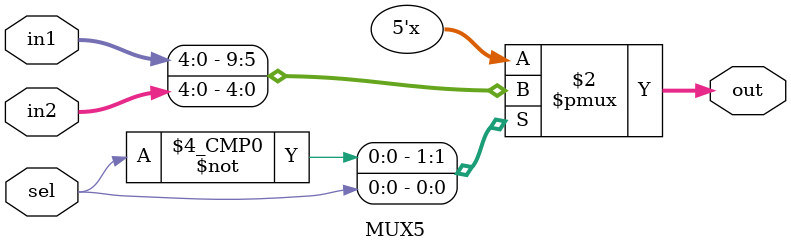
<source format=v>
module MUX5(input sel,input[4:0] in1, input[4:0] in2, output reg [4:0] out);
  
  always @(*)
    begin
    casex(sel)
      1'b0:begin  out=in1; end
      1'b1:begin  out=in2; end
    endcase
    end
endmodule
</source>
